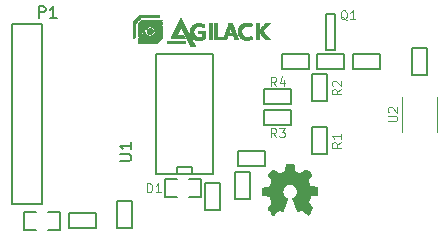
<source format=gbr>
%TF.GenerationSoftware,KiCad,Pcbnew,6.0.0*%
%TF.CreationDate,2022-08-14T07:42:52+02:00*%
%TF.ProjectId,pmod-trh,706d6f64-2d74-4726-982e-6b696361645f,2*%
%TF.SameCoordinates,Original*%
%TF.FileFunction,Legend,Top*%
%TF.FilePolarity,Positive*%
%FSLAX46Y46*%
G04 Gerber Fmt 4.6, Leading zero omitted, Abs format (unit mm)*
G04 Created by KiCad (PCBNEW 6.0.0) date 2022-08-14 07:42:52*
%MOMM*%
%LPD*%
G01*
G04 APERTURE LIST*
%ADD10C,0.101600*%
%ADD11C,0.150000*%
%ADD12C,0.127000*%
%ADD13C,0.027940*%
%ADD14C,0.100000*%
G04 APERTURE END LIST*
D10*
%TO.C,R1*%
X157344714Y-107377000D02*
X156981857Y-107631000D01*
X157344714Y-107812428D02*
X156582714Y-107812428D01*
X156582714Y-107522142D01*
X156619000Y-107449571D01*
X156655285Y-107413285D01*
X156727857Y-107377000D01*
X156836714Y-107377000D01*
X156909285Y-107413285D01*
X156945571Y-107449571D01*
X156981857Y-107522142D01*
X156981857Y-107812428D01*
X157344714Y-106651285D02*
X157344714Y-107086714D01*
X157344714Y-106869000D02*
X156582714Y-106869000D01*
X156691571Y-106941571D01*
X156764142Y-107014142D01*
X156800428Y-107086714D01*
%TO.C,D1*%
X140937571Y-111594714D02*
X140937571Y-110832714D01*
X141119000Y-110832714D01*
X141227857Y-110869000D01*
X141300428Y-110941571D01*
X141336714Y-111014142D01*
X141373000Y-111159285D01*
X141373000Y-111268142D01*
X141336714Y-111413285D01*
X141300428Y-111485857D01*
X141227857Y-111558428D01*
X141119000Y-111594714D01*
X140937571Y-111594714D01*
X142098714Y-111594714D02*
X141663285Y-111594714D01*
X141881000Y-111594714D02*
X141881000Y-110832714D01*
X141808428Y-110941571D01*
X141735857Y-111014142D01*
X141663285Y-111050428D01*
D11*
%TO.C,U1*%
X138612380Y-108951904D02*
X139421904Y-108951904D01*
X139517142Y-108904285D01*
X139564761Y-108856666D01*
X139612380Y-108761428D01*
X139612380Y-108570952D01*
X139564761Y-108475714D01*
X139517142Y-108428095D01*
X139421904Y-108380476D01*
X138612380Y-108380476D01*
X139612380Y-107380476D02*
X139612380Y-107951904D01*
X139612380Y-107666190D02*
X138612380Y-107666190D01*
X138755238Y-107761428D01*
X138850476Y-107856666D01*
X138898095Y-107951904D01*
%TO.C,P1*%
X131761904Y-96852380D02*
X131761904Y-95852380D01*
X132142857Y-95852380D01*
X132238095Y-95900000D01*
X132285714Y-95947619D01*
X132333333Y-96042857D01*
X132333333Y-96185714D01*
X132285714Y-96280952D01*
X132238095Y-96328571D01*
X132142857Y-96376190D01*
X131761904Y-96376190D01*
X133285714Y-96852380D02*
X132714285Y-96852380D01*
X133000000Y-96852380D02*
X133000000Y-95852380D01*
X132904761Y-95995238D01*
X132809523Y-96090476D01*
X132714285Y-96138095D01*
D10*
%TO.C,R4*%
X151873000Y-102594714D02*
X151619000Y-102231857D01*
X151437571Y-102594714D02*
X151437571Y-101832714D01*
X151727857Y-101832714D01*
X151800428Y-101869000D01*
X151836714Y-101905285D01*
X151873000Y-101977857D01*
X151873000Y-102086714D01*
X151836714Y-102159285D01*
X151800428Y-102195571D01*
X151727857Y-102231857D01*
X151437571Y-102231857D01*
X152526142Y-102086714D02*
X152526142Y-102594714D01*
X152344714Y-101796428D02*
X152163285Y-102340714D01*
X152635000Y-102340714D01*
%TO.C,U2*%
X161332714Y-105580571D02*
X161949571Y-105580571D01*
X162022142Y-105544285D01*
X162058428Y-105508000D01*
X162094714Y-105435428D01*
X162094714Y-105290285D01*
X162058428Y-105217714D01*
X162022142Y-105181428D01*
X161949571Y-105145142D01*
X161332714Y-105145142D01*
X161405285Y-104818571D02*
X161369000Y-104782285D01*
X161332714Y-104709714D01*
X161332714Y-104528285D01*
X161369000Y-104455714D01*
X161405285Y-104419428D01*
X161477857Y-104383142D01*
X161550428Y-104383142D01*
X161659285Y-104419428D01*
X162094714Y-104854857D01*
X162094714Y-104383142D01*
%TO.C,R2*%
X157344714Y-102877000D02*
X156981857Y-103131000D01*
X157344714Y-103312428D02*
X156582714Y-103312428D01*
X156582714Y-103022142D01*
X156619000Y-102949571D01*
X156655285Y-102913285D01*
X156727857Y-102877000D01*
X156836714Y-102877000D01*
X156909285Y-102913285D01*
X156945571Y-102949571D01*
X156981857Y-103022142D01*
X156981857Y-103312428D01*
X156655285Y-102586714D02*
X156619000Y-102550428D01*
X156582714Y-102477857D01*
X156582714Y-102296428D01*
X156619000Y-102223857D01*
X156655285Y-102187571D01*
X156727857Y-102151285D01*
X156800428Y-102151285D01*
X156909285Y-102187571D01*
X157344714Y-102623000D01*
X157344714Y-102151285D01*
%TO.C,R3*%
X151873000Y-106944714D02*
X151619000Y-106581857D01*
X151437571Y-106944714D02*
X151437571Y-106182714D01*
X151727857Y-106182714D01*
X151800428Y-106219000D01*
X151836714Y-106255285D01*
X151873000Y-106327857D01*
X151873000Y-106436714D01*
X151836714Y-106509285D01*
X151800428Y-106545571D01*
X151727857Y-106581857D01*
X151437571Y-106581857D01*
X152127000Y-106182714D02*
X152598714Y-106182714D01*
X152344714Y-106473000D01*
X152453571Y-106473000D01*
X152526142Y-106509285D01*
X152562428Y-106545571D01*
X152598714Y-106618142D01*
X152598714Y-106799571D01*
X152562428Y-106872142D01*
X152526142Y-106908428D01*
X152453571Y-106944714D01*
X152235857Y-106944714D01*
X152163285Y-106908428D01*
X152127000Y-106872142D01*
%TO.C,Q1*%
X157877428Y-97027285D02*
X157804857Y-96991000D01*
X157732285Y-96918428D01*
X157623428Y-96809571D01*
X157550857Y-96773285D01*
X157478285Y-96773285D01*
X157514571Y-96954714D02*
X157442000Y-96918428D01*
X157369428Y-96845857D01*
X157333142Y-96700714D01*
X157333142Y-96446714D01*
X157369428Y-96301571D01*
X157442000Y-96229000D01*
X157514571Y-96192714D01*
X157659714Y-96192714D01*
X157732285Y-96229000D01*
X157804857Y-96301571D01*
X157841142Y-96446714D01*
X157841142Y-96700714D01*
X157804857Y-96845857D01*
X157732285Y-96918428D01*
X157659714Y-96954714D01*
X157514571Y-96954714D01*
X158566857Y-96954714D02*
X158131428Y-96954714D01*
X158349142Y-96954714D02*
X158349142Y-96192714D01*
X158276571Y-96301571D01*
X158204000Y-96374142D01*
X158131428Y-96410428D01*
D12*
%TO.C,R1*%
X156135000Y-108393000D02*
X154865000Y-108393000D01*
X154865000Y-106107000D02*
X156135000Y-106107000D01*
X156135000Y-106107000D02*
X156135000Y-108393000D01*
X154865000Y-108393000D02*
X154865000Y-106107000D01*
%TO.C,R6*%
X157643000Y-99865000D02*
X157643000Y-101135000D01*
X155357000Y-101135000D02*
X155357000Y-99865000D01*
X157643000Y-101135000D02*
X155357000Y-101135000D01*
X155357000Y-99865000D02*
X157643000Y-99865000D01*
D13*
%TO.C,agilack-11.5*%
X143729240Y-96902720D02*
X143805440Y-96902720D01*
X144567440Y-98045720D02*
X144846840Y-98045720D01*
X139761000Y-97252600D02*
X139952560Y-97252600D01*
X150917440Y-97309120D02*
X151273040Y-97309120D01*
X146142240Y-97893320D02*
X146396240Y-97893320D01*
X146574040Y-97588520D02*
X146828040Y-97588520D01*
X148631440Y-98121920D02*
X148936240Y-98121920D01*
X148631440Y-97893320D02*
X148910840Y-97893320D01*
X141925840Y-97715520D02*
X142179840Y-97715520D01*
X146142240Y-97359920D02*
X146396240Y-97359920D01*
X141240040Y-97588520D02*
X141570240Y-97588520D01*
X140249440Y-98807720D02*
X141925840Y-98807720D01*
X140122440Y-98909320D02*
X141824240Y-98909320D01*
X150434840Y-97867920D02*
X150739640Y-97867920D01*
X145558040Y-98401320D02*
X145837440Y-98401320D01*
X139862600Y-97024000D02*
X140167400Y-97024000D01*
X143119640Y-98147320D02*
X143500640Y-98147320D01*
X146574040Y-97334520D02*
X146828040Y-97334520D01*
X144516640Y-99036320D02*
X144897640Y-99036320D01*
X140122440Y-98198120D02*
X140351040Y-98198120D01*
X146142240Y-98579120D02*
X146396240Y-98579120D01*
X144567440Y-98147320D02*
X144872240Y-98147320D01*
X146142240Y-97994920D02*
X146396240Y-97994920D01*
X140122440Y-98604520D02*
X140300240Y-98604520D01*
X145583440Y-98299720D02*
X145837440Y-98299720D01*
X150714240Y-98375920D02*
X151069840Y-98375920D01*
X146574040Y-97461520D02*
X146828040Y-97461520D01*
X146574040Y-97690120D02*
X146828040Y-97690120D01*
X139761000Y-97735200D02*
X139938800Y-97735200D01*
X141697240Y-97944120D02*
X142179840Y-97944120D01*
X148631440Y-98147320D02*
X148936240Y-98147320D01*
X150638040Y-98274320D02*
X150993640Y-98274320D01*
X141621040Y-97690120D02*
X141824240Y-97690120D01*
X144237240Y-98502920D02*
X144618240Y-98502920D01*
X150612640Y-97639320D02*
X150968240Y-97639320D01*
X139761000Y-98319400D02*
X139938800Y-98319400D01*
X143373640Y-97613920D02*
X143729240Y-97613920D01*
X140224040Y-97258320D02*
X141900440Y-97258320D01*
X143602240Y-97182120D02*
X143932440Y-97182120D01*
X146574040Y-98401320D02*
X146828040Y-98401320D01*
X146574040Y-98375920D02*
X146828040Y-98375920D01*
X146142240Y-97639320D02*
X146396240Y-97639320D01*
X141494040Y-98147320D02*
X142179840Y-98147320D01*
X140122440Y-97359920D02*
X141798840Y-97359920D01*
X140249440Y-98477520D02*
X140427240Y-98477520D01*
X139761000Y-97455800D02*
X139938800Y-97455800D01*
X144059440Y-98121920D02*
X144415040Y-98121920D01*
X148910840Y-98579120D02*
X149825240Y-98579120D01*
X139837200Y-97049400D02*
X140142000Y-97049400D01*
X140579640Y-98147320D02*
X140757440Y-98147320D01*
X147513840Y-98147320D02*
X148428240Y-98147320D01*
X150866640Y-98553720D02*
X151222240Y-98553720D01*
X146574040Y-97969520D02*
X146828040Y-97969520D01*
X144161040Y-98325120D02*
X144516640Y-98325120D01*
X149139440Y-97283720D02*
X149596640Y-97283720D01*
X150155440Y-97334520D02*
X150409440Y-97334520D01*
X144288040Y-98579120D02*
X144643640Y-98579120D01*
X143094240Y-98172720D02*
X143475240Y-98172720D01*
X141544840Y-97918720D02*
X141570240Y-97918720D01*
X148631440Y-97867920D02*
X148910840Y-97867920D01*
X139761000Y-97887600D02*
X139938800Y-97887600D01*
X147412240Y-98426720D02*
X147691640Y-98426720D01*
X144364240Y-98756920D02*
X144745240Y-98756920D01*
X143932440Y-97867920D02*
X144288040Y-97867920D01*
X146574040Y-98477520D02*
X147666240Y-98477520D01*
X150155440Y-98452120D02*
X150409440Y-98452120D01*
X145202440Y-98045720D02*
X145837440Y-98045720D01*
X150561840Y-97715520D02*
X150892040Y-97715520D01*
X146142240Y-98299720D02*
X146396240Y-98299720D01*
X140554240Y-98172720D02*
X140732040Y-98172720D01*
X141722640Y-97918720D02*
X142179840Y-97918720D01*
X144796040Y-97436120D02*
X145786640Y-97436120D01*
X147666240Y-97766320D02*
X147920240Y-97766320D01*
X144592840Y-98248920D02*
X144923040Y-98248920D01*
X143576840Y-97232920D02*
X143957840Y-97232920D01*
X139761000Y-98065400D02*
X139938800Y-98065400D01*
X139761000Y-98294000D02*
X139938800Y-98294000D01*
X141036840Y-98198120D02*
X141265440Y-98198120D01*
X144618240Y-98299720D02*
X144948440Y-98299720D01*
X143830840Y-97690120D02*
X144186440Y-97690120D01*
X142967240Y-98426720D02*
X144059440Y-98426720D01*
X146142240Y-97410720D02*
X146396240Y-97410720D01*
X148809240Y-97461520D02*
X149774440Y-97461520D01*
X144211840Y-98452120D02*
X144592840Y-98452120D01*
X142637040Y-98756920D02*
X144110240Y-98756920D01*
X141849640Y-97461520D02*
X142052840Y-97461520D01*
X148631440Y-98096520D02*
X148910840Y-98096520D01*
X140274840Y-98452120D02*
X140452640Y-98452120D01*
X148021840Y-97766320D02*
X148301240Y-97766320D01*
X140122440Y-97436120D02*
X141722640Y-97436120D01*
X148275840Y-98477520D02*
X148555240Y-98477520D01*
X148733040Y-98375920D02*
X149114040Y-98375920D01*
X147590040Y-97994920D02*
X147844040Y-97994920D01*
X148885440Y-97410720D02*
X149799840Y-97410720D01*
X148656840Y-98198120D02*
X148961640Y-98198120D01*
X144440440Y-98909320D02*
X144821440Y-98909320D01*
X148783840Y-97512320D02*
X149749040Y-97512320D01*
X150688840Y-97563120D02*
X151019040Y-97563120D01*
X140681240Y-98375920D02*
X142179840Y-98375920D01*
X146574040Y-98350520D02*
X146828040Y-98350520D01*
X148834640Y-97436120D02*
X149774440Y-97436120D01*
X150155440Y-97664720D02*
X150409440Y-97664720D01*
X150155440Y-98020320D02*
X150765040Y-98020320D01*
X139761000Y-97506600D02*
X139938800Y-97506600D01*
X141570240Y-98071120D02*
X142179840Y-98071120D01*
X150612640Y-97664720D02*
X150942840Y-97664720D01*
X148098040Y-97944120D02*
X148377440Y-97944120D01*
X140630440Y-98096520D02*
X140757440Y-98096520D01*
X143703840Y-96953520D02*
X143830840Y-96953520D01*
X148682240Y-98299720D02*
X149037840Y-98299720D01*
X139989600Y-96897000D02*
X140294400Y-96897000D01*
X148275840Y-98502920D02*
X148580640Y-98502920D01*
X145075440Y-97309120D02*
X145507240Y-97309120D01*
X140351040Y-97131320D02*
X142027440Y-97131320D01*
X144567440Y-99137920D02*
X144948440Y-99137920D01*
X148961640Y-98604520D02*
X149825240Y-98604520D01*
X140757440Y-98299720D02*
X140935240Y-98299720D01*
X139761000Y-97760600D02*
X139938800Y-97760600D01*
X146142240Y-97334520D02*
X146396240Y-97334520D01*
X147513840Y-98172720D02*
X148453640Y-98172720D01*
X140935240Y-97817120D02*
X141367040Y-97817120D01*
X140015000Y-96871600D02*
X140319800Y-96871600D01*
X140935240Y-97842520D02*
X141367040Y-97842520D01*
X140091200Y-96795400D02*
X140396000Y-96795400D01*
X150155440Y-98325120D02*
X150409440Y-98325120D01*
X146574040Y-98528320D02*
X147666240Y-98528320D01*
X140040400Y-96846200D02*
X140345200Y-96846200D01*
X139761000Y-98040000D02*
X139938800Y-98040000D01*
X146142240Y-97715520D02*
X146396240Y-97715520D01*
X143653040Y-97055120D02*
X143881640Y-97055120D01*
X139761000Y-98522600D02*
X139837200Y-98522600D01*
X143399040Y-97588520D02*
X143754640Y-97588520D01*
X144542040Y-99112520D02*
X144923040Y-99112520D01*
X139761000Y-97582800D02*
X139938800Y-97582800D01*
X149139440Y-98680720D02*
X149571240Y-98680720D01*
X144465840Y-98934720D02*
X144846840Y-98934720D01*
X146142240Y-98325120D02*
X146396240Y-98325120D01*
X144973840Y-97334520D02*
X145583440Y-97334520D01*
X143627640Y-97131320D02*
X143907040Y-97131320D01*
X143576840Y-97207520D02*
X143957840Y-97207520D01*
X148047240Y-97817120D02*
X148326640Y-97817120D01*
X139761000Y-97608200D02*
X139938800Y-97608200D01*
X146574040Y-98172720D02*
X146828040Y-98172720D01*
X139964200Y-96922400D02*
X140269000Y-96922400D01*
X141773440Y-97537720D02*
X141976640Y-97537720D01*
X144084840Y-98198120D02*
X144465840Y-98198120D01*
X141468640Y-98172720D02*
X142179840Y-98172720D01*
X141392440Y-97664720D02*
X141494040Y-97664720D01*
X142052840Y-97258320D02*
X142179840Y-97258320D01*
X140986040Y-98172720D02*
X141290840Y-98172720D01*
X144567440Y-97893320D02*
X144846840Y-97893320D01*
X146574040Y-97715520D02*
X146828040Y-97715520D01*
X146574040Y-98147320D02*
X146828040Y-98147320D01*
X140122440Y-97842520D02*
X140706640Y-97842520D01*
X147437640Y-98350520D02*
X147717040Y-98350520D01*
X140249440Y-97232920D02*
X141925840Y-97232920D01*
X147539240Y-98096520D02*
X148428240Y-98096520D01*
X148656840Y-97766320D02*
X148961640Y-97766320D01*
X148834640Y-98528320D02*
X149799840Y-98528320D01*
X150155440Y-97791720D02*
X150409440Y-97791720D01*
X143246640Y-97867920D02*
X143627640Y-97867920D01*
X142027440Y-97613920D02*
X142179840Y-97613920D01*
X148072640Y-97893320D02*
X148352040Y-97893320D01*
X141544840Y-98096520D02*
X142179840Y-98096520D01*
X143830840Y-97664720D02*
X144186440Y-97664720D01*
X143068840Y-98223520D02*
X143449840Y-98223520D01*
X146574040Y-98452120D02*
X147691640Y-98452120D01*
X147666240Y-97740920D02*
X147920240Y-97740920D01*
X139761000Y-98014600D02*
X139938800Y-98014600D01*
X150155440Y-97359920D02*
X150409440Y-97359920D01*
X146574040Y-97766320D02*
X146828040Y-97766320D01*
X145075440Y-98706120D02*
X145507240Y-98706120D01*
X140909840Y-97994920D02*
X141392440Y-97994920D01*
X148783840Y-98477520D02*
X149774440Y-98477520D01*
X140122440Y-98706120D02*
X140198640Y-98706120D01*
X150587240Y-98223520D02*
X150942840Y-98223520D01*
X143703840Y-96978920D02*
X143830840Y-96978920D01*
X149063240Y-97309120D02*
X149698240Y-97309120D01*
X143500640Y-97385320D02*
X144034040Y-97385320D01*
X142027440Y-97283720D02*
X142179840Y-97283720D01*
X147691640Y-97715520D02*
X147945640Y-97715520D01*
X141316240Y-97613920D02*
X141544840Y-97613920D01*
X148250440Y-98426720D02*
X148555240Y-98426720D01*
X150460240Y-98071120D02*
X150790440Y-98071120D01*
X144542040Y-99087120D02*
X144923040Y-99087120D01*
X144592840Y-97740920D02*
X144897640Y-97740920D01*
X146574040Y-98553720D02*
X147640840Y-98553720D01*
X143754640Y-96877320D02*
X143780040Y-96877320D01*
X148631440Y-97817120D02*
X148936240Y-97817120D01*
X144262640Y-98528320D02*
X144618240Y-98528320D01*
X140401840Y-97080520D02*
X142078240Y-97080520D01*
X146142240Y-97283720D02*
X146396240Y-97283720D01*
X143780040Y-97563120D02*
X144135640Y-97563120D01*
X150155440Y-97461520D02*
X150409440Y-97461520D01*
X140122440Y-97664720D02*
X140884440Y-97664720D01*
X140706640Y-98020320D02*
X140757440Y-98020320D01*
X145202440Y-98121920D02*
X145837440Y-98121920D01*
X140122440Y-98223520D02*
X140351040Y-98223520D01*
X149647440Y-97563120D02*
X149723640Y-97563120D01*
X139761000Y-98141600D02*
X139938800Y-98141600D01*
X139761000Y-98471800D02*
X139888000Y-98471800D01*
X144643640Y-97639320D02*
X144999240Y-97639320D01*
X146142240Y-98147320D02*
X146396240Y-98147320D01*
X146142240Y-97944120D02*
X146396240Y-97944120D01*
X146142240Y-98172720D02*
X146396240Y-98172720D01*
X142916440Y-98528320D02*
X144110240Y-98528320D01*
X148047240Y-97842520D02*
X148326640Y-97842520D01*
X146142240Y-98223520D02*
X146396240Y-98223520D01*
X144694440Y-97537720D02*
X145735840Y-97537720D01*
X146142240Y-98426720D02*
X146396240Y-98426720D01*
X142637040Y-98883920D02*
X144110240Y-98883920D01*
X141748040Y-97563120D02*
X141951240Y-97563120D01*
X148301240Y-98553720D02*
X148580640Y-98553720D01*
X141976640Y-97334520D02*
X142179840Y-97334520D01*
X142002040Y-97639320D02*
X142179840Y-97639320D01*
X139761000Y-97354200D02*
X139938800Y-97354200D01*
X145583440Y-98223520D02*
X145837440Y-98223520D01*
X141798840Y-97842520D02*
X142179840Y-97842520D01*
X146142240Y-97918720D02*
X146396240Y-97918720D01*
X144567440Y-97817120D02*
X144872240Y-97817120D01*
X148047240Y-97791720D02*
X148301240Y-97791720D01*
X140122440Y-98071120D02*
X140478040Y-98071120D01*
X140122440Y-98655320D02*
X140249440Y-98655320D01*
X140655840Y-98071120D02*
X140757440Y-98071120D01*
X150688840Y-98350520D02*
X151044440Y-98350520D01*
X139761000Y-97303400D02*
X139938800Y-97303400D01*
X141671840Y-97969520D02*
X142179840Y-97969520D01*
X141544840Y-97817120D02*
X141697240Y-97817120D01*
X145558040Y-97588520D02*
X145710440Y-97588520D01*
X150155440Y-98375920D02*
X150409440Y-98375920D01*
X144491240Y-99010920D02*
X144872240Y-99010920D01*
X144262640Y-98553720D02*
X144643640Y-98553720D01*
X146142240Y-98121920D02*
X146396240Y-98121920D01*
X150155440Y-97690120D02*
X150409440Y-97690120D01*
X148631440Y-97918720D02*
X148910840Y-97918720D01*
X147717040Y-97613920D02*
X148250440Y-97613920D01*
X150485640Y-98096520D02*
X150815840Y-98096520D01*
X139761000Y-97659000D02*
X139938800Y-97659000D01*
X141062240Y-97715520D02*
X141240040Y-97715520D01*
X139761000Y-98421000D02*
X139938800Y-98421000D01*
X144338840Y-98706120D02*
X144719840Y-98706120D01*
X143170440Y-98045720D02*
X143551440Y-98045720D01*
X146142240Y-98604520D02*
X146396240Y-98604520D01*
X144415040Y-98833120D02*
X144770640Y-98833120D01*
X142637040Y-98934720D02*
X144110240Y-98934720D01*
X140122440Y-97791720D02*
X140757440Y-97791720D01*
X143322840Y-97740920D02*
X143678440Y-97740920D01*
X144592840Y-98274320D02*
X144923040Y-98274320D01*
X146142240Y-98071120D02*
X146396240Y-98071120D01*
X146574040Y-98198120D02*
X146828040Y-98198120D01*
X143424440Y-97537720D02*
X144110240Y-97537720D01*
X144821440Y-98579120D02*
X145786640Y-98579120D01*
X150536440Y-97740920D02*
X150866640Y-97740920D01*
X148631440Y-97969520D02*
X148910840Y-97969520D01*
X141544840Y-97766320D02*
X141748040Y-97766320D01*
X144618240Y-98325120D02*
X144973840Y-98325120D01*
X140218200Y-96668400D02*
X141920000Y-96668400D01*
X140122440Y-98579120D02*
X140325640Y-98579120D01*
X150155440Y-98629920D02*
X150409440Y-98629920D01*
X143983240Y-97969520D02*
X144338840Y-97969520D01*
X148123440Y-98020320D02*
X148402840Y-98020320D01*
X144008640Y-98045720D02*
X144389640Y-98045720D01*
X143957840Y-97944120D02*
X144338840Y-97944120D01*
X141443240Y-98198120D02*
X142179840Y-98198120D01*
X144161040Y-98350520D02*
X144542040Y-98350520D01*
X144567440Y-97918720D02*
X144846840Y-97918720D01*
X139786400Y-97100200D02*
X140091200Y-97100200D01*
X144618240Y-97690120D02*
X144948440Y-97690120D01*
X143526040Y-97309120D02*
X144008640Y-97309120D01*
X139761000Y-97151000D02*
X140042560Y-97151000D01*
X146574040Y-97740920D02*
X146828040Y-97740920D01*
X146574040Y-97410720D02*
X146828040Y-97410720D01*
X146574040Y-97842520D02*
X146828040Y-97842520D01*
X140122440Y-97994920D02*
X140554240Y-97994920D01*
X140909840Y-97969520D02*
X141392440Y-97969520D01*
X141875040Y-97766320D02*
X142179840Y-97766320D01*
X143678440Y-97004320D02*
X143856240Y-97004320D01*
X144313440Y-98629920D02*
X144669040Y-98629920D01*
X145456440Y-98452120D02*
X145837440Y-98452120D01*
X144567440Y-98096520D02*
X144846840Y-98096520D01*
X150155440Y-98604520D02*
X150409440Y-98604520D01*
X146574040Y-97918720D02*
X146828040Y-97918720D01*
X144592840Y-99188720D02*
X144973840Y-99188720D01*
X150739640Y-97512320D02*
X151069840Y-97512320D01*
X139761000Y-97709800D02*
X139938800Y-97709800D01*
X150155440Y-98401320D02*
X150409440Y-98401320D01*
X143322840Y-97715520D02*
X143703840Y-97715520D01*
X145659640Y-97639320D02*
X145685040Y-97639320D01*
X150155440Y-97486920D02*
X150409440Y-97486920D01*
X139761000Y-97176400D02*
X140012560Y-97176400D01*
X146142240Y-97512320D02*
X146396240Y-97512320D01*
X144567440Y-97994920D02*
X144846840Y-97994920D01*
X146574040Y-97436120D02*
X146828040Y-97436120D01*
X141011440Y-97740920D02*
X141290840Y-97740920D01*
X143348240Y-97690120D02*
X143703840Y-97690120D01*
X149012440Y-97334520D02*
X149749040Y-97334520D01*
X147488440Y-98223520D02*
X148479040Y-98223520D01*
X142637040Y-98807720D02*
X144110240Y-98807720D01*
X150841240Y-98502920D02*
X151196840Y-98502920D01*
X140630440Y-98426720D02*
X142179840Y-98426720D01*
X147767840Y-97461520D02*
X148199640Y-97461520D01*
X146574040Y-98426720D02*
X146828040Y-98426720D01*
X146574040Y-98045720D02*
X146828040Y-98045720D01*
X150155440Y-97817120D02*
X150409440Y-97817120D01*
X143526040Y-97334520D02*
X144008640Y-97334520D01*
X150155440Y-98223520D02*
X150409440Y-98223520D01*
X147615440Y-97918720D02*
X147869440Y-97918720D01*
X142129040Y-97512320D02*
X142179840Y-97512320D01*
X146142240Y-97969520D02*
X146396240Y-97969520D01*
X143627640Y-97105920D02*
X143907040Y-97105920D01*
X141113040Y-98223520D02*
X141163840Y-98223520D01*
X144567440Y-99163320D02*
X144948440Y-99163320D01*
X147488440Y-98274320D02*
X148479040Y-98274320D01*
X144745240Y-97486920D02*
X145786640Y-97486920D01*
X139761000Y-97532000D02*
X139938800Y-97532000D01*
X148301240Y-98579120D02*
X148606040Y-98579120D01*
X140198640Y-97283720D02*
X141875040Y-97283720D01*
X140376440Y-98350520D02*
X140554240Y-98350520D01*
X144516640Y-99061720D02*
X144897640Y-99061720D01*
X144567440Y-98121920D02*
X144846840Y-98121920D01*
X142103640Y-97232920D02*
X142179840Y-97232920D01*
X146574040Y-97613920D02*
X146828040Y-97613920D01*
X140503440Y-98223520D02*
X140681240Y-98223520D01*
X148250440Y-98401320D02*
X148529840Y-98401320D01*
X140732040Y-98325120D02*
X141011440Y-98325120D01*
X142967240Y-98452120D02*
X144059440Y-98452120D01*
X148656840Y-97715520D02*
X148987040Y-97715520D01*
X139811800Y-97074800D02*
X140116600Y-97074800D01*
X150460240Y-97817120D02*
X150790440Y-97817120D01*
X139938800Y-96947800D02*
X140243600Y-96947800D01*
X140376440Y-98680720D02*
X142052840Y-98680720D01*
X140122440Y-98172720D02*
X140376440Y-98172720D01*
X139761000Y-97227200D02*
X139972560Y-97227200D01*
X150765040Y-98426720D02*
X151120640Y-98426720D01*
X143500640Y-97359920D02*
X144034040Y-97359920D01*
X144872240Y-98629920D02*
X145710440Y-98629920D01*
X140300240Y-98756920D02*
X141976640Y-98756920D01*
X141976640Y-97664720D02*
X142179840Y-97664720D01*
X143221240Y-97944120D02*
X143576840Y-97944120D01*
X144567440Y-97944120D02*
X144846840Y-97944120D01*
X143297440Y-97766320D02*
X143678440Y-97766320D01*
X150511040Y-97766320D02*
X150841240Y-97766320D01*
X139761000Y-97938400D02*
X139938800Y-97938400D01*
X146574040Y-97385320D02*
X146828040Y-97385320D01*
X150155440Y-97740920D02*
X150409440Y-97740920D01*
X142992640Y-98375920D02*
X144034040Y-98375920D01*
X148656840Y-98248920D02*
X148987040Y-98248920D01*
X144694440Y-98452120D02*
X145177040Y-98452120D01*
X150155440Y-97537720D02*
X150409440Y-97537720D01*
X140401840Y-98325120D02*
X140579640Y-98325120D01*
X140122440Y-98401320D02*
X140173240Y-98401320D01*
X146574040Y-98121920D02*
X146828040Y-98121920D01*
X146574040Y-98274320D02*
X146828040Y-98274320D01*
X148656840Y-97740920D02*
X148961640Y-97740920D01*
X144034040Y-98071120D02*
X144389640Y-98071120D01*
X150434840Y-97842520D02*
X150765040Y-97842520D01*
X144643640Y-98375920D02*
X145024640Y-98375920D01*
X139761000Y-97201800D02*
X139989600Y-97201800D01*
X142941840Y-98502920D02*
X144084840Y-98502920D01*
X140655840Y-98401320D02*
X142179840Y-98401320D01*
X140300240Y-98426720D02*
X140478040Y-98426720D01*
X140935240Y-98121920D02*
X141341640Y-98121920D01*
X144567440Y-98020320D02*
X144846840Y-98020320D01*
X144338840Y-98680720D02*
X144694440Y-98680720D01*
X148783840Y-98452120D02*
X149774440Y-98452120D01*
X141748040Y-97893320D02*
X142179840Y-97893320D01*
X146142240Y-98477520D02*
X146396240Y-98477520D01*
X140782840Y-98274320D02*
X140909840Y-98274320D01*
X140808240Y-98248920D02*
X140884440Y-98248920D01*
X139761000Y-97786000D02*
X139938800Y-97786000D01*
X143119640Y-98121920D02*
X143500640Y-98121920D01*
X143221240Y-97918720D02*
X143602240Y-97918720D01*
X150815840Y-97410720D02*
X151171440Y-97410720D01*
X148225040Y-98325120D02*
X148504440Y-98325120D01*
X143246640Y-97893320D02*
X143602240Y-97893320D01*
X150866640Y-97359920D02*
X151222240Y-97359920D01*
X150968240Y-98655320D02*
X151323840Y-98655320D01*
X141900440Y-97410720D02*
X142103640Y-97410720D01*
X142916440Y-98553720D02*
X144110240Y-98553720D01*
X150841240Y-97385320D02*
X151196840Y-97385320D01*
X150942840Y-97283720D02*
X151298440Y-97283720D01*
X140122440Y-98325120D02*
X140249440Y-98325120D01*
X141849640Y-97791720D02*
X142179840Y-97791720D01*
X146574040Y-98629920D02*
X147615440Y-98629920D01*
X150790440Y-97436120D02*
X151146040Y-97436120D01*
X140427240Y-97055120D02*
X142103640Y-97055120D01*
X150155440Y-97842520D02*
X150409440Y-97842520D01*
X144846840Y-97410720D02*
X145761240Y-97410720D01*
X139761000Y-97379600D02*
X139938800Y-97379600D01*
X139761000Y-97125600D02*
X140065800Y-97125600D01*
X148631440Y-98045720D02*
X148910840Y-98045720D01*
X140122440Y-97639320D02*
X140935240Y-97639320D01*
X148682240Y-98325120D02*
X149063240Y-98325120D01*
X139761000Y-97633600D02*
X139938800Y-97633600D01*
X150155440Y-98553720D02*
X150409440Y-98553720D01*
X145202440Y-98096520D02*
X145837440Y-98096520D01*
X140122440Y-97817120D02*
X140732040Y-97817120D01*
X142637040Y-98782320D02*
X144110240Y-98782320D01*
X145532640Y-98426720D02*
X145837440Y-98426720D01*
X146574040Y-98223520D02*
X146828040Y-98223520D01*
X150790440Y-97461520D02*
X151120640Y-97461520D01*
X140554240Y-98502920D02*
X142179840Y-98502920D01*
X149571240Y-98426720D02*
X149749040Y-98426720D01*
X143272040Y-97817120D02*
X143653040Y-97817120D01*
X146142240Y-97740920D02*
X146396240Y-97740920D01*
X147793240Y-97385320D02*
X148148840Y-97385320D01*
X148123440Y-98045720D02*
X148402840Y-98045720D01*
X148707640Y-97613920D02*
X149063240Y-97613920D01*
X150485640Y-97791720D02*
X150815840Y-97791720D01*
X146142240Y-98375920D02*
X146396240Y-98375920D01*
X140122440Y-98731520D02*
X140173240Y-98731520D01*
X144719840Y-97512320D02*
X145761240Y-97512320D01*
X140325640Y-97156720D02*
X142002040Y-97156720D01*
X140909840Y-98071120D02*
X141367040Y-98071120D01*
X147818640Y-97309120D02*
X148123440Y-97309120D01*
X150790440Y-98452120D02*
X151146040Y-98452120D01*
X144745240Y-98502920D02*
X145837440Y-98502920D01*
X148225040Y-98375920D02*
X148529840Y-98375920D01*
X150155440Y-98579120D02*
X150409440Y-98579120D01*
X144669040Y-98401320D02*
X145050040Y-98401320D01*
X140122440Y-97740920D02*
X140808240Y-97740920D01*
X143653040Y-97080520D02*
X143881640Y-97080520D01*
X150155440Y-98502920D02*
X150409440Y-98502920D01*
X150155440Y-98274320D02*
X150409440Y-98274320D01*
X140065800Y-96820800D02*
X140370600Y-96820800D01*
X150561840Y-98198120D02*
X150917440Y-98198120D01*
X146574040Y-97537720D02*
X146828040Y-97537720D01*
X148225040Y-98350520D02*
X148504440Y-98350520D01*
X140909840Y-98020320D02*
X141392440Y-98020320D01*
X147793240Y-97436120D02*
X148174240Y-97436120D01*
X143678440Y-97029720D02*
X143856240Y-97029720D01*
X140122440Y-97918720D02*
X140630440Y-97918720D01*
X150155440Y-97639320D02*
X150409440Y-97639320D01*
X148072640Y-97918720D02*
X148352040Y-97918720D01*
X150739640Y-98401320D02*
X151095240Y-98401320D01*
X146574040Y-98248920D02*
X146828040Y-98248920D01*
X140503440Y-98553720D02*
X142179840Y-98553720D01*
X148656840Y-97690120D02*
X148987040Y-97690120D01*
X140269000Y-96617600D02*
X141920000Y-96617600D01*
X142078240Y-97563120D02*
X142179840Y-97563120D01*
X143957840Y-97918720D02*
X144313440Y-97918720D01*
X148631440Y-97994920D02*
X148910840Y-97994920D01*
X140478040Y-98248920D02*
X140655840Y-98248920D01*
X140122440Y-97690120D02*
X140859040Y-97690120D01*
X144669040Y-97588520D02*
X145075440Y-97588520D01*
X144592840Y-98198120D02*
X144872240Y-98198120D01*
X141519440Y-98121920D02*
X142179840Y-98121920D01*
X142637040Y-98858520D02*
X144110240Y-98858520D01*
X150536440Y-98172720D02*
X150892040Y-98172720D01*
X140376440Y-97105920D02*
X142052840Y-97105920D01*
X147539240Y-98071120D02*
X147818640Y-98071120D01*
X148910840Y-97385320D02*
X149799840Y-97385320D01*
X146142240Y-98020320D02*
X146396240Y-98020320D01*
X139761000Y-97328800D02*
X139938800Y-97328800D01*
X146142240Y-97537720D02*
X146396240Y-97537720D01*
X146142240Y-97563120D02*
X146396240Y-97563120D01*
X150155440Y-97283720D02*
X150409440Y-97283720D01*
X148631440Y-98020320D02*
X148910840Y-98020320D01*
X146574040Y-97664720D02*
X146828040Y-97664720D01*
X146142240Y-97690120D02*
X146396240Y-97690120D01*
X141595640Y-97715520D02*
X141798840Y-97715520D01*
X146142240Y-97842520D02*
X146396240Y-97842520D01*
X143348240Y-97664720D02*
X143703840Y-97664720D01*
X143145040Y-98096520D02*
X143526040Y-98096520D01*
X143551440Y-97258320D02*
X143983240Y-97258320D01*
X139761000Y-97836800D02*
X139938800Y-97836800D01*
X144364240Y-98731520D02*
X144719840Y-98731520D01*
X140122440Y-97766320D02*
X140782840Y-97766320D01*
X150511040Y-98121920D02*
X150841240Y-98121920D01*
X140173240Y-98883920D02*
X141849640Y-98883920D01*
X150155440Y-98172720D02*
X150409440Y-98172720D01*
X146574040Y-98325120D02*
X146828040Y-98325120D01*
X146142240Y-97385320D02*
X146396240Y-97385320D01*
X144034040Y-98096520D02*
X144415040Y-98096520D01*
X140173240Y-98553720D02*
X140351040Y-98553720D01*
X139761000Y-97989200D02*
X139938800Y-97989200D01*
X140122440Y-97410720D02*
X141748040Y-97410720D01*
X144592840Y-97791720D02*
X144872240Y-97791720D01*
X141544840Y-97791720D02*
X141722640Y-97791720D01*
X150155440Y-97918720D02*
X150688840Y-97918720D01*
X141189240Y-98350520D02*
X142179840Y-98350520D01*
X142941840Y-98477520D02*
X144084840Y-98477520D01*
X143094240Y-98198120D02*
X143475240Y-98198120D01*
X149063240Y-98655320D02*
X149672840Y-98655320D01*
X140909840Y-97893320D02*
X141392440Y-97893320D01*
X148250440Y-98452120D02*
X148555240Y-98452120D01*
X144770640Y-98528320D02*
X145837440Y-98528320D01*
X150155440Y-97969520D02*
X150714240Y-97969520D01*
X149647440Y-98401320D02*
X149749040Y-98401320D01*
X140173240Y-97309120D02*
X141849640Y-97309120D01*
X144110240Y-98223520D02*
X144465840Y-98223520D01*
X143983240Y-97994920D02*
X144364240Y-97994920D01*
X140452640Y-98274320D02*
X140630440Y-98274320D01*
X147767840Y-97512320D02*
X148199640Y-97512320D01*
X139761000Y-98243200D02*
X139938800Y-98243200D01*
X139913400Y-96973200D02*
X140218200Y-96973200D01*
X140122440Y-98375920D02*
X140198640Y-98375920D01*
X140142000Y-96744600D02*
X141920000Y-96744600D01*
X144389640Y-98807720D02*
X144770640Y-98807720D01*
X150155440Y-97994920D02*
X150739640Y-97994920D01*
X141417840Y-97690120D02*
X141468640Y-97690120D01*
X150155440Y-98045720D02*
X150409440Y-98045720D01*
X140122440Y-97512320D02*
X141646440Y-97512320D01*
X145202440Y-97969520D02*
X145837440Y-97969520D01*
X148682240Y-97664720D02*
X149012440Y-97664720D01*
X141621040Y-98020320D02*
X142179840Y-98020320D01*
X141722640Y-97588520D02*
X141925840Y-97588520D01*
X145583440Y-98274320D02*
X145837440Y-98274320D01*
X141824240Y-97486920D02*
X142027440Y-97486920D01*
X144389640Y-98782320D02*
X144745240Y-98782320D01*
X150638040Y-97613920D02*
X150993640Y-97613920D01*
X141875040Y-97436120D02*
X142078240Y-97436120D01*
X143729240Y-96928120D02*
X143805440Y-96928120D01*
X143881640Y-97766320D02*
X144237240Y-97766320D01*
X146574040Y-97486920D02*
X146828040Y-97486920D01*
X143195840Y-97969520D02*
X143576840Y-97969520D01*
X147818640Y-97334520D02*
X148148840Y-97334520D01*
X141773440Y-97867920D02*
X142179840Y-97867920D01*
X146142240Y-98096520D02*
X146396240Y-98096520D01*
X139761000Y-98268600D02*
X139938800Y-98268600D01*
X146142240Y-97309120D02*
X146396240Y-97309120D01*
X150155440Y-97944120D02*
X150688840Y-97944120D01*
X148707640Y-97588520D02*
X149114040Y-97588520D01*
X147996440Y-97690120D02*
X148275840Y-97690120D01*
X147615440Y-97893320D02*
X147869440Y-97893320D01*
X140579640Y-98477520D02*
X142179840Y-98477520D01*
X140452640Y-97029720D02*
X142129040Y-97029720D01*
X150155440Y-97436120D02*
X150409440Y-97436120D01*
X147793240Y-97410720D02*
X148174240Y-97410720D01*
X143932440Y-97893320D02*
X144313440Y-97893320D01*
X143373640Y-97639320D02*
X143729240Y-97639320D01*
X148733040Y-98401320D02*
X149164840Y-98401320D01*
X144135640Y-98299720D02*
X144516640Y-98299720D01*
X148326640Y-98629920D02*
X148606040Y-98629920D01*
X144694440Y-97563120D02*
X145151640Y-97563120D01*
X143856240Y-97715520D02*
X144211840Y-97715520D01*
X140224040Y-98502920D02*
X140401840Y-98502920D01*
X146574040Y-97944120D02*
X146828040Y-97944120D01*
X139761000Y-97481200D02*
X139938800Y-97481200D01*
X150155440Y-98198120D02*
X150409440Y-98198120D01*
X146574040Y-98071120D02*
X146828040Y-98071120D01*
X146142240Y-98045720D02*
X146396240Y-98045720D01*
X146142240Y-97766320D02*
X146396240Y-97766320D01*
X139888000Y-96998600D02*
X140192800Y-96998600D01*
X150511040Y-98147320D02*
X150866640Y-98147320D01*
X150155440Y-97613920D02*
X150409440Y-97613920D01*
X150155440Y-97588520D02*
X150409440Y-97588520D01*
X148072640Y-97867920D02*
X148326640Y-97867920D01*
X144770640Y-97461520D02*
X145786640Y-97461520D01*
X150155440Y-97512320D02*
X150409440Y-97512320D01*
X144059440Y-98147320D02*
X144440440Y-98147320D01*
X144999240Y-98680720D02*
X145583440Y-98680720D01*
X140122440Y-98121920D02*
X140427240Y-98121920D01*
X146574040Y-98655320D02*
X147615440Y-98655320D01*
X140325640Y-98401320D02*
X140503440Y-98401320D01*
X145583440Y-98375920D02*
X145837440Y-98375920D01*
X144719840Y-98477520D02*
X145837440Y-98477520D01*
X144567440Y-98071120D02*
X144846840Y-98071120D01*
X140401840Y-98655320D02*
X142078240Y-98655320D01*
X140122440Y-97385320D02*
X141773440Y-97385320D01*
X144135640Y-98274320D02*
X144491240Y-98274320D01*
X141367040Y-97639320D02*
X141519440Y-97639320D01*
X148682240Y-97639320D02*
X149037840Y-97639320D01*
X146142240Y-98655320D02*
X146396240Y-98655320D01*
X140122440Y-97537720D02*
X141621040Y-97537720D01*
X140122440Y-97563120D02*
X141595640Y-97563120D01*
X144923040Y-97359920D02*
X145659640Y-97359920D01*
X140122440Y-97715520D02*
X140833640Y-97715520D01*
X150892040Y-98579120D02*
X151247640Y-98579120D01*
X140427240Y-98629920D02*
X142103640Y-98629920D01*
X143551440Y-97283720D02*
X143983240Y-97283720D01*
X146574040Y-97994920D02*
X146828040Y-97994920D01*
X150892040Y-97334520D02*
X151247640Y-97334520D01*
X144491240Y-98985520D02*
X144872240Y-98985520D01*
X140909840Y-98045720D02*
X141392440Y-98045720D01*
X143907040Y-97817120D02*
X144262640Y-97817120D01*
X144643640Y-97613920D02*
X145050040Y-97613920D01*
X150765040Y-97486920D02*
X151095240Y-97486920D01*
X150155440Y-98528320D02*
X150409440Y-98528320D01*
X147767840Y-97486920D02*
X148199640Y-97486920D01*
X142992640Y-98401320D02*
X144034040Y-98401320D01*
X143068840Y-98248920D02*
X143449840Y-98248920D01*
X143805440Y-97639320D02*
X144161040Y-97639320D01*
X141443240Y-98223520D02*
X142179840Y-98223520D01*
X148707640Y-98350520D02*
X149088640Y-98350520D01*
X141417840Y-98248920D02*
X142179840Y-98248920D01*
X146574040Y-98020320D02*
X146828040Y-98020320D01*
X141367040Y-98274320D02*
X142179840Y-98274320D01*
X142637040Y-98833120D02*
X144110240Y-98833120D01*
X142002040Y-97309120D02*
X142179840Y-97309120D01*
X146574040Y-97639320D02*
X146828040Y-97639320D01*
X150155440Y-97563120D02*
X150409440Y-97563120D01*
X140986040Y-97766320D02*
X141316240Y-97766320D01*
X150917440Y-98604520D02*
X151273040Y-98604520D01*
X148656840Y-98223520D02*
X148961640Y-98223520D01*
X139761000Y-98446400D02*
X139913400Y-98446400D01*
X141951240Y-97690120D02*
X142179840Y-97690120D01*
X146574040Y-98096520D02*
X146828040Y-98096520D01*
X140122440Y-97944120D02*
X140605040Y-97944120D01*
X139761000Y-97278000D02*
X139938800Y-97278000D01*
X150155440Y-97410720D02*
X150409440Y-97410720D01*
X148987040Y-98629920D02*
X149749040Y-98629920D01*
X139761000Y-97811400D02*
X139938800Y-97811400D01*
X146142240Y-97436120D02*
X146396240Y-97436120D01*
X139761000Y-97684400D02*
X139938800Y-97684400D01*
X144186440Y-98401320D02*
X144567440Y-98401320D01*
X143170440Y-98020320D02*
X143551440Y-98020320D01*
X140909840Y-97918720D02*
X141392440Y-97918720D01*
X146142240Y-98528320D02*
X146396240Y-98528320D01*
X146142240Y-98248920D02*
X146396240Y-98248920D01*
X140122440Y-98680720D02*
X140224040Y-98680720D01*
X140122440Y-97613920D02*
X140960640Y-97613920D01*
X140122440Y-98274320D02*
X140300240Y-98274320D01*
X143475240Y-97410720D02*
X144059440Y-97410720D01*
X147717040Y-97639320D02*
X147971040Y-97639320D01*
X144618240Y-97664720D02*
X144973840Y-97664720D01*
X143449840Y-97486920D02*
X144084840Y-97486920D01*
X146142240Y-97486920D02*
X146396240Y-97486920D01*
X150841240Y-98528320D02*
X151222240Y-98528320D01*
X147640840Y-97842520D02*
X147894840Y-97842520D01*
X150155440Y-97867920D02*
X150409440Y-97867920D01*
X140122440Y-98350520D02*
X140224040Y-98350520D01*
X148885440Y-98553720D02*
X149799840Y-98553720D01*
X147691640Y-97690120D02*
X147945640Y-97690120D01*
X150815840Y-98477520D02*
X151171440Y-98477520D01*
X139761000Y-97557400D02*
X139938800Y-97557400D01*
X147691640Y-97664720D02*
X147945640Y-97664720D01*
X150155440Y-98350520D02*
X150409440Y-98350520D01*
X140605040Y-98452120D02*
X142179840Y-98452120D01*
X140325640Y-98731520D02*
X142002040Y-98731520D01*
X146142240Y-97791720D02*
X146396240Y-97791720D01*
X150155440Y-98147320D02*
X150409440Y-98147320D01*
X148326640Y-98604520D02*
X148606040Y-98604520D01*
X139761000Y-98344800D02*
X139938800Y-98344800D01*
X150434840Y-98045720D02*
X150765040Y-98045720D01*
X146574040Y-97512320D02*
X146828040Y-97512320D01*
X145456440Y-97563120D02*
X145735840Y-97563120D01*
X140122440Y-98096520D02*
X140452640Y-98096520D01*
X144923040Y-98655320D02*
X145659640Y-98655320D01*
X140122440Y-97588520D02*
X141036840Y-97588520D01*
X140351040Y-98706120D02*
X142027440Y-98706120D01*
X141697240Y-97613920D02*
X141900440Y-97613920D01*
X144186440Y-98375920D02*
X144542040Y-98375920D01*
X146574040Y-97359920D02*
X146828040Y-97359920D01*
X141900440Y-97740920D02*
X142179840Y-97740920D01*
X141544840Y-97893320D02*
X141595640Y-97893320D01*
X143602240Y-97156720D02*
X143932440Y-97156720D01*
X140935240Y-98096520D02*
X141367040Y-98096520D01*
X139761000Y-97862200D02*
X139938800Y-97862200D01*
X148301240Y-98528320D02*
X148580640Y-98528320D01*
X139761000Y-98395600D02*
X139938800Y-98395600D01*
X146142240Y-98502920D02*
X146396240Y-98502920D01*
X140122440Y-98045720D02*
X140503440Y-98045720D01*
X144592840Y-97766320D02*
X144897640Y-97766320D01*
X150942840Y-98629920D02*
X151298440Y-98629920D01*
X148021840Y-97740920D02*
X148301240Y-97740920D01*
X148758440Y-97537720D02*
X149215640Y-97537720D01*
X140909840Y-97867920D02*
X141367040Y-97867920D01*
X144110240Y-98248920D02*
X144491240Y-98248920D01*
X141824240Y-97817120D02*
X142179840Y-97817120D01*
X150155440Y-97385320D02*
X150409440Y-97385320D01*
X140351040Y-98375920D02*
X140528840Y-98375920D01*
X150587240Y-97690120D02*
X150917440Y-97690120D01*
X144567440Y-97842520D02*
X144872240Y-97842520D01*
X146142240Y-97664720D02*
X146396240Y-97664720D01*
X140122440Y-98299720D02*
X140274840Y-98299720D01*
X148758440Y-98426720D02*
X149241040Y-98426720D01*
X145583440Y-98248920D02*
X145837440Y-98248920D01*
X150155440Y-98426720D02*
X150409440Y-98426720D01*
X146142240Y-98553720D02*
X146396240Y-98553720D01*
X140122440Y-98020320D02*
X140528840Y-98020320D01*
X141544840Y-97867920D02*
X141621040Y-97867920D01*
X144643640Y-98350520D02*
X144999240Y-98350520D01*
X140452640Y-98604520D02*
X142129040Y-98604520D01*
X147539240Y-98121920D02*
X148428240Y-98121920D01*
X146142240Y-98629920D02*
X146396240Y-98629920D01*
X148961640Y-97359920D02*
X149799840Y-97359920D01*
X144567440Y-97867920D02*
X144846840Y-97867920D01*
X144567440Y-97969520D02*
X144846840Y-97969520D01*
X141290840Y-98325120D02*
X142179840Y-98325120D01*
X140274840Y-98782320D02*
X141951240Y-98782320D01*
X147513840Y-98198120D02*
X148453640Y-98198120D01*
X140503440Y-96978920D02*
X142179840Y-96978920D01*
X147742440Y-97537720D02*
X148225040Y-97537720D01*
X140909840Y-97944120D02*
X141392440Y-97944120D01*
X146574040Y-97867920D02*
X146828040Y-97867920D01*
X139761000Y-98192400D02*
X139938800Y-98192400D01*
X146142240Y-98401320D02*
X146396240Y-98401320D01*
X145202440Y-97944120D02*
X145837440Y-97944120D01*
X143018040Y-98350520D02*
X144008640Y-98350520D01*
X140528840Y-98528320D02*
X142179840Y-98528320D01*
X141570240Y-97740920D02*
X141773440Y-97740920D01*
X143145040Y-98071120D02*
X143526040Y-98071120D01*
X142637040Y-98909320D02*
X144110240Y-98909320D01*
X141951240Y-97359920D02*
X142179840Y-97359920D01*
X146574040Y-97563120D02*
X146828040Y-97563120D01*
X140681240Y-98045720D02*
X140757440Y-98045720D01*
X148682240Y-98274320D02*
X149012440Y-98274320D01*
X150663440Y-97588520D02*
X151019040Y-97588520D01*
X147640840Y-97817120D02*
X147894840Y-97817120D01*
X150155440Y-98121920D02*
X150409440Y-98121920D01*
X146142240Y-97588520D02*
X146396240Y-97588520D01*
X140427240Y-98299720D02*
X140605040Y-98299720D01*
X139761000Y-97913000D02*
X139938800Y-97913000D01*
X140122440Y-97461520D02*
X141697240Y-97461520D01*
X149571240Y-97537720D02*
X149749040Y-97537720D01*
X150155440Y-98071120D02*
X150409440Y-98071120D01*
X140122440Y-97893320D02*
X140655840Y-97893320D01*
X139761000Y-98497200D02*
X139862600Y-98497200D01*
X150155440Y-98655320D02*
X150409440Y-98655320D01*
X143856240Y-97740920D02*
X144211840Y-97740920D01*
X143018040Y-98325120D02*
X144008640Y-98325120D01*
X146574040Y-97817120D02*
X146828040Y-97817120D01*
X145583440Y-98350520D02*
X145837440Y-98350520D01*
X145583440Y-98172720D02*
X145837440Y-98172720D01*
X146142240Y-97817120D02*
X146396240Y-97817120D01*
X140243600Y-96643000D02*
X141920000Y-96643000D01*
X147640840Y-97791720D02*
X147920240Y-97791720D01*
X143907040Y-97842520D02*
X144288040Y-97842520D01*
X143424440Y-97512320D02*
X144110240Y-97512320D01*
X140167400Y-96719200D02*
X141920000Y-96719200D01*
X147590040Y-97944120D02*
X147869440Y-97944120D01*
X144567440Y-98172720D02*
X144872240Y-98172720D01*
X147488440Y-98248920D02*
X148479040Y-98248920D01*
X140122440Y-98756920D02*
X140147840Y-98756920D01*
X145202440Y-98020320D02*
X145837440Y-98020320D01*
X150155440Y-98248920D02*
X150409440Y-98248920D01*
X145202440Y-97918720D02*
X145837440Y-97918720D01*
X144084840Y-98172720D02*
X144440440Y-98172720D01*
X144440440Y-98883920D02*
X144821440Y-98883920D01*
X141646440Y-97994920D02*
X142179840Y-97994920D01*
X148098040Y-97994920D02*
X148377440Y-97994920D01*
X148631440Y-97944120D02*
X148910840Y-97944120D01*
X144008640Y-98020320D02*
X144364240Y-98020320D01*
X139761000Y-97430400D02*
X139938800Y-97430400D01*
X146142240Y-98198120D02*
X146396240Y-98198120D01*
X139761000Y-97405000D02*
X139938800Y-97405000D01*
X140122440Y-98248920D02*
X140325640Y-98248920D01*
X146574040Y-98299720D02*
X146828040Y-98299720D01*
X148123440Y-98071120D02*
X148402840Y-98071120D01*
X140116600Y-96770000D02*
X141920000Y-96770000D01*
X144669040Y-98426720D02*
X145100840Y-98426720D01*
X145583440Y-98325120D02*
X145837440Y-98325120D01*
X147590040Y-97969520D02*
X147844040Y-97969520D01*
X150663440Y-98299720D02*
X150993640Y-98299720D01*
X139761000Y-98370200D02*
X139938800Y-98370200D01*
X147437640Y-98375920D02*
X147717040Y-98375920D01*
X141443240Y-97715520D02*
X141468640Y-97715520D01*
X142637040Y-98985520D02*
X144110240Y-98985520D01*
X146142240Y-98452120D02*
X146396240Y-98452120D01*
X144846840Y-98604520D02*
X145735840Y-98604520D01*
X144415040Y-98858520D02*
X144796040Y-98858520D01*
X146574040Y-98502920D02*
X147666240Y-98502920D01*
X147564640Y-98045720D02*
X147818640Y-98045720D01*
X150714240Y-97537720D02*
X151044440Y-97537720D01*
X141595640Y-98045720D02*
X142179840Y-98045720D01*
X143297440Y-97791720D02*
X143653040Y-97791720D01*
X144313440Y-98655320D02*
X144694440Y-98655320D01*
X139761000Y-98217800D02*
X139938800Y-98217800D01*
X147818640Y-97359920D02*
X148148840Y-97359920D01*
X145202440Y-97994920D02*
X145837440Y-97994920D01*
X150155440Y-98299720D02*
X150409440Y-98299720D01*
X144592840Y-97715520D02*
X144923040Y-97715520D01*
X147437640Y-98401320D02*
X147717040Y-98401320D01*
X142103640Y-97207520D02*
X142179840Y-97207520D01*
X143043440Y-98274320D02*
X143983240Y-98274320D01*
X146142240Y-97613920D02*
X146396240Y-97613920D01*
X142103640Y-97537720D02*
X142179840Y-97537720D01*
X146574040Y-97791720D02*
X146828040Y-97791720D01*
X140122440Y-97867920D02*
X140681240Y-97867920D01*
X142916440Y-98579120D02*
X144110240Y-98579120D01*
X147844040Y-97283720D02*
X148123440Y-97283720D01*
X150155440Y-98477520D02*
X150409440Y-98477520D01*
X144288040Y-98604520D02*
X144669040Y-98604520D01*
X140198640Y-98858520D02*
X141875040Y-98858520D01*
X140478040Y-97004320D02*
X142179840Y-97004320D01*
X140706640Y-98350520D02*
X141087640Y-98350520D01*
X148733040Y-97563120D02*
X149164840Y-97563120D01*
X147996440Y-97664720D02*
X148275840Y-97664720D01*
X142637040Y-98960120D02*
X144110240Y-98960120D01*
X146574040Y-97309120D02*
X146828040Y-97309120D01*
X143475240Y-97436120D02*
X144059440Y-97436120D01*
X147564640Y-98020320D02*
X147844040Y-98020320D01*
X143805440Y-97613920D02*
X144161040Y-97613920D01*
X145202440Y-98071120D02*
X145837440Y-98071120D01*
X140122440Y-98960120D02*
X141773440Y-98960120D01*
X140122440Y-97486920D02*
X141671840Y-97486920D01*
X147615440Y-97867920D02*
X147894840Y-97867920D01*
X148631440Y-98172720D02*
X148936240Y-98172720D01*
X147996440Y-97639320D02*
X148250440Y-97639320D01*
X148631440Y-97842520D02*
X148910840Y-97842520D01*
X146574040Y-98604520D02*
X147640840Y-98604520D01*
X140192800Y-96693800D02*
X141920000Y-96693800D01*
X141646440Y-97664720D02*
X141849640Y-97664720D01*
X148098040Y-97969520D02*
X148377440Y-97969520D01*
X142052840Y-97588520D02*
X142179840Y-97588520D01*
X150155440Y-97715520D02*
X150409440Y-97715520D01*
X150155440Y-97309120D02*
X150409440Y-97309120D01*
X150612640Y-98248920D02*
X150968240Y-98248920D01*
X148352040Y-98655320D02*
X148631440Y-98655320D01*
X146142240Y-98350520D02*
X146396240Y-98350520D01*
X143780040Y-97588520D02*
X144135640Y-97588520D01*
X148631440Y-98071120D02*
X148910840Y-98071120D01*
X141798840Y-97512320D02*
X142002040Y-97512320D01*
X150155440Y-97893320D02*
X150714240Y-97893320D01*
X144465840Y-98960120D02*
X144846840Y-98960120D01*
X146574040Y-97283720D02*
X146828040Y-97283720D01*
X140122440Y-98147320D02*
X140401840Y-98147320D01*
X143272040Y-97842520D02*
X143627640Y-97842520D01*
X139761000Y-97963800D02*
X139938800Y-97963800D01*
X140198640Y-98528320D02*
X140376440Y-98528320D01*
X148021840Y-97715520D02*
X148275840Y-97715520D01*
X143881640Y-97791720D02*
X144262640Y-97791720D01*
X147463040Y-98299720D02*
X148504440Y-98299720D01*
X145608840Y-97613920D02*
X145710440Y-97613920D01*
X144237240Y-98477520D02*
X144592840Y-98477520D01*
X146574040Y-97893320D02*
X146828040Y-97893320D01*
X148783840Y-97486920D02*
X149749040Y-97486920D01*
X144770640Y-98553720D02*
X145812040Y-98553720D01*
X140122440Y-97969520D02*
X140579640Y-97969520D01*
X145583440Y-98198120D02*
X145837440Y-98198120D01*
X143399040Y-97563120D02*
X143754640Y-97563120D01*
X146142240Y-97867920D02*
X146396240Y-97867920D01*
X141925840Y-97385320D02*
X142129040Y-97385320D01*
X146574040Y-98579120D02*
X147640840Y-98579120D01*
X143195840Y-97994920D02*
X143551440Y-97994920D01*
X140833640Y-98223520D02*
X140859040Y-98223520D01*
X143449840Y-97461520D02*
X144084840Y-97461520D01*
X144211840Y-98426720D02*
X144567440Y-98426720D01*
X140478040Y-98579120D02*
X142154440Y-98579120D01*
X140960640Y-97791720D02*
X141341640Y-97791720D01*
X140122440Y-98934720D02*
X141798840Y-98934720D01*
X150663440Y-98325120D02*
X151019040Y-98325120D01*
X141671840Y-97639320D02*
X141875040Y-97639320D01*
X140300240Y-97182120D02*
X141976640Y-97182120D01*
X140147840Y-97334520D02*
X141824240Y-97334520D01*
X144592840Y-98223520D02*
X144897640Y-98223520D01*
X144872240Y-97385320D02*
X145710440Y-97385320D01*
X141544840Y-97842520D02*
X141646440Y-97842520D01*
X147742440Y-97563120D02*
X148225040Y-97563120D01*
X145583440Y-98147320D02*
X145837440Y-98147320D01*
X150155440Y-97766320D02*
X150409440Y-97766320D01*
X140732040Y-97994920D02*
X140757440Y-97994920D01*
X140605040Y-98121920D02*
X140757440Y-98121920D01*
X148631440Y-97791720D02*
X148936240Y-97791720D01*
X139761000Y-98090800D02*
X139938800Y-98090800D01*
X140274840Y-97207520D02*
X141951240Y-97207520D01*
X148809240Y-98502920D02*
X149799840Y-98502920D01*
X150155440Y-98096520D02*
X150409440Y-98096520D01*
X140960640Y-98147320D02*
X141341640Y-98147320D01*
X141341640Y-98299720D02*
X142179840Y-98299720D01*
X147717040Y-97588520D02*
X148225040Y-97588520D01*
X140528840Y-98198120D02*
X140706640Y-98198120D01*
X140122440Y-98629920D02*
X140274840Y-98629920D01*
X147463040Y-98325120D02*
X147742440Y-98325120D01*
X143043440Y-98299720D02*
X143983240Y-98299720D01*
X140224040Y-98833120D02*
X141900440Y-98833120D01*
X139761000Y-98167000D02*
X139938800Y-98167000D01*
X146142240Y-97461520D02*
X146396240Y-97461520D01*
X146142240Y-98274320D02*
X146396240Y-98274320D01*
X139761000Y-98116200D02*
X139938800Y-98116200D01*
D12*
%TO.C,C1*%
X132508000Y-113238000D02*
X133524000Y-113238000D01*
X133524000Y-113238000D02*
X133524000Y-114762000D01*
X131492000Y-114762000D02*
X130476000Y-114762000D01*
X130476000Y-113238000D02*
X131492000Y-113238000D01*
X130476000Y-114762000D02*
X130476000Y-113238000D01*
X133524000Y-114762000D02*
X132508000Y-114762000D01*
%TO.C,R7*%
X152357000Y-99865000D02*
X154643000Y-99865000D01*
X154643000Y-99865000D02*
X154643000Y-101135000D01*
X152357000Y-101135000D02*
X152357000Y-99865000D01*
X154643000Y-101135000D02*
X152357000Y-101135000D01*
%TO.C,R8*%
X145865000Y-110857000D02*
X147135000Y-110857000D01*
X147135000Y-110857000D02*
X147135000Y-113143000D01*
X147135000Y-113143000D02*
X145865000Y-113143000D01*
X145865000Y-113143000D02*
X145865000Y-110857000D01*
%TO.C,C3*%
X163365000Y-101643000D02*
X163365000Y-99357000D01*
X164635000Y-101643000D02*
X163365000Y-101643000D01*
X164635000Y-99357000D02*
X164635000Y-101643000D01*
X163365000Y-99357000D02*
X164635000Y-99357000D01*
%TO.C,R5*%
X150893000Y-108115000D02*
X150893000Y-109385000D01*
X148607000Y-109385000D02*
X148607000Y-108115000D01*
X150893000Y-109385000D02*
X148607000Y-109385000D01*
X148607000Y-108115000D02*
X150893000Y-108115000D01*
%TO.C,C2*%
X139635000Y-114643000D02*
X138365000Y-114643000D01*
X138365000Y-114643000D02*
X138365000Y-112357000D01*
X138365000Y-112357000D02*
X139635000Y-112357000D01*
X139635000Y-112357000D02*
X139635000Y-114643000D01*
%TO.C,D1*%
X142476000Y-112012000D02*
X142476000Y-110488000D01*
X142476000Y-110488000D02*
X143492000Y-110488000D01*
X145524000Y-110488000D02*
X145524000Y-112012000D01*
X143492000Y-112012000D02*
X142476000Y-112012000D01*
X145524000Y-112012000D02*
X144508000Y-112012000D01*
X144508000Y-110488000D02*
X145524000Y-110488000D01*
%TO.C,L1*%
X134357000Y-113365000D02*
X136643000Y-113365000D01*
X136643000Y-114635000D02*
X134357000Y-114635000D01*
X136643000Y-113365000D02*
X136643000Y-114635000D01*
X134357000Y-114635000D02*
X134357000Y-113365000D01*
D11*
%TO.C,U1*%
X143492000Y-109445000D02*
X144762000Y-109445000D01*
X141714000Y-110080000D02*
X141714000Y-99920000D01*
X146540000Y-99920000D02*
X146540000Y-110080000D01*
X146540000Y-110080000D02*
X141714000Y-110080000D01*
X143492000Y-110080000D02*
X143492000Y-109445000D01*
X144762000Y-109445000D02*
X144762000Y-110080000D01*
X141714000Y-99920000D02*
X146540000Y-99920000D01*
%TO.C,P1*%
X132000000Y-97380000D02*
X129460000Y-97380000D01*
X132000000Y-112620000D02*
X129460000Y-112620000D01*
X132000000Y-112620000D02*
X132000000Y-97380000D01*
X129460000Y-97380000D02*
X129460000Y-112620000D01*
D12*
%TO.C,C4*%
X149635000Y-109857000D02*
X149635000Y-112143000D01*
X148365000Y-112143000D02*
X148365000Y-109857000D01*
X148365000Y-109857000D02*
X149635000Y-109857000D01*
X149635000Y-112143000D02*
X148365000Y-112143000D01*
%TO.C,R4*%
X153143000Y-104135000D02*
X150857000Y-104135000D01*
X150857000Y-104135000D02*
X150857000Y-102865000D01*
X153143000Y-102865000D02*
X153143000Y-104135000D01*
X150857000Y-102865000D02*
X153143000Y-102865000D01*
%TO.C,L2*%
X158357000Y-99865000D02*
X160643000Y-99865000D01*
X160643000Y-99865000D02*
X160643000Y-101135000D01*
X158357000Y-101135000D02*
X158357000Y-99865000D01*
X160643000Y-101135000D02*
X158357000Y-101135000D01*
D14*
%TO.C,U2*%
X162500000Y-106500000D02*
X162500000Y-103500000D01*
X165500000Y-106500000D02*
X165500000Y-103500000D01*
D13*
%TO.C,logo_ohw*%
X151412500Y-112604900D02*
X152631700Y-112604900D01*
X153571500Y-111284100D02*
X155324100Y-111284100D01*
X154155700Y-113189100D02*
X154714500Y-113189100D01*
X153647700Y-113189100D02*
X153723900Y-113189100D01*
X152555500Y-109836300D02*
X153419100Y-109836300D01*
X152606300Y-109607700D02*
X153393700Y-109607700D01*
X151387100Y-109836300D02*
X151844300Y-109836300D01*
X153495300Y-111131700D02*
X155197100Y-111131700D01*
X154003300Y-113087500D02*
X154765300Y-113087500D01*
X153292100Y-112274700D02*
X154587500Y-112274700D01*
X154130300Y-109810900D02*
X154587500Y-109810900D01*
X151488700Y-110623700D02*
X154485900Y-110623700D01*
X151387100Y-112630300D02*
X152606300Y-112630300D01*
X151336300Y-112096900D02*
X152758700Y-112096900D01*
X151285500Y-111944500D02*
X152555500Y-111944500D01*
X153571500Y-113011300D02*
X154816100Y-113011300D01*
X151310900Y-111995300D02*
X152606300Y-111995300D01*
X153317500Y-110979300D02*
X154663700Y-110979300D01*
X153622300Y-113163700D02*
X153774700Y-113163700D01*
X152580900Y-109734700D02*
X153393700Y-109734700D01*
X151463300Y-109760100D02*
X151742700Y-109760100D01*
X153520700Y-112884300D02*
X154892300Y-112884300D01*
X153266700Y-110953900D02*
X154663700Y-110953900D01*
X150675900Y-111411100D02*
X152377700Y-111411100D01*
X151234700Y-112833500D02*
X152530100Y-112833500D01*
X153393700Y-112579500D02*
X154689100Y-112579500D01*
X154257300Y-113290700D02*
X154714500Y-113290700D01*
X150701300Y-111207900D02*
X152453900Y-111207900D01*
X151285500Y-111106300D02*
X152530100Y-111106300D01*
X153495300Y-111893700D02*
X154714500Y-111893700D01*
X151158500Y-113011300D02*
X152479300Y-113011300D01*
X154460500Y-113417700D02*
X154663700Y-113417700D01*
X150650500Y-111665100D02*
X152403100Y-111665100D01*
X153444500Y-112706500D02*
X154765300Y-112706500D01*
X150675900Y-111715900D02*
X152403100Y-111715900D01*
X151564900Y-109683900D02*
X151641100Y-109683900D01*
X150675900Y-111233300D02*
X152453900Y-111233300D01*
X151336300Y-111004700D02*
X152657100Y-111004700D01*
X151412500Y-112300100D02*
X152733300Y-112300100D01*
X151412500Y-112274700D02*
X152733300Y-112274700D01*
X153393700Y-111995300D02*
X154689100Y-111995300D01*
X151209300Y-112884300D02*
X152530100Y-112884300D01*
X153469900Y-112757300D02*
X154790700Y-112757300D01*
X152301500Y-113189100D02*
X152403100Y-113189100D01*
X153647700Y-113214500D02*
X153673100Y-113214500D01*
X153114300Y-110903100D02*
X154638300Y-110903100D01*
X151412500Y-110496700D02*
X154562100Y-110496700D01*
X151463300Y-113417700D02*
X151691900Y-113417700D01*
X154206500Y-113239900D02*
X154714500Y-113239900D01*
X153317500Y-112325500D02*
X154562100Y-112325500D01*
X151361700Y-113214500D02*
X151920500Y-113214500D01*
X150980700Y-111157100D02*
X152504700Y-111157100D01*
X150675900Y-111690500D02*
X152403100Y-111690500D01*
X152580900Y-109785500D02*
X153419100Y-109785500D01*
X153571500Y-111792100D02*
X155298700Y-111792100D01*
X153546100Y-111842900D02*
X154993900Y-111842900D01*
X153546100Y-112960500D02*
X154866900Y-112960500D01*
X153952500Y-109937900D02*
X154714500Y-109937900D01*
X150675900Y-111741300D02*
X152428500Y-111741300D01*
X151412500Y-109810900D02*
X151818900Y-109810900D01*
X152174500Y-113138300D02*
X152428500Y-113138300D01*
X151158500Y-112985900D02*
X152479300Y-112985900D01*
X153546100Y-111207900D02*
X155324100Y-111207900D01*
X152631700Y-109531500D02*
X153368300Y-109531500D01*
X151183900Y-110064900D02*
X154816100Y-110064900D01*
X150675900Y-111258700D02*
X152428500Y-111258700D01*
X153368300Y-112020700D02*
X154689100Y-112020700D01*
X152631700Y-109506100D02*
X153368300Y-109506100D01*
X151437900Y-112350900D02*
X152707900Y-112350900D01*
X153266700Y-112249300D02*
X154612900Y-112249300D01*
X151234700Y-113087500D02*
X152453900Y-113087500D01*
X152276100Y-109937900D02*
X153723900Y-109937900D01*
X153469900Y-111106300D02*
X155044700Y-111106300D01*
X150650500Y-111512700D02*
X152377700Y-111512700D01*
X153596900Y-111741300D02*
X155324100Y-111741300D01*
X153495300Y-112782700D02*
X154816100Y-112782700D01*
X151412500Y-112579500D02*
X152631700Y-112579500D01*
X151158500Y-110090300D02*
X154816100Y-110090300D01*
X150650500Y-111639700D02*
X152377700Y-111639700D01*
X151437900Y-110725300D02*
X154562100Y-110725300D01*
X150675900Y-111792100D02*
X152428500Y-111792100D01*
X153444500Y-112681100D02*
X154739900Y-112681100D01*
X153342900Y-112401700D02*
X154562100Y-112401700D01*
X152326900Y-109912500D02*
X153647700Y-109912500D01*
X152352300Y-113214500D02*
X152403100Y-113214500D01*
X153393700Y-112528700D02*
X154638300Y-112528700D01*
X153393700Y-111030100D02*
X154689100Y-111030100D01*
X153596900Y-111360300D02*
X155324100Y-111360300D01*
X154409700Y-113366900D02*
X154689100Y-113366900D01*
X153342900Y-112046100D02*
X154689100Y-112046100D01*
X153520700Y-111182500D02*
X155298700Y-111182500D01*
X151412500Y-113341500D02*
X151742700Y-113341500D01*
X151488700Y-112503300D02*
X152657100Y-112503300D01*
X153368300Y-112452500D02*
X154587500Y-112452500D01*
X152250700Y-113163700D02*
X152428500Y-113163700D01*
X151183900Y-110039500D02*
X154790700Y-110039500D01*
X152631700Y-109455300D02*
X153368300Y-109455300D01*
X154104900Y-109836300D02*
X154612900Y-109836300D01*
X151437900Y-110522100D02*
X154536700Y-110522100D01*
X153622300Y-111665100D02*
X155349500Y-111665100D01*
X150777500Y-111842900D02*
X152479300Y-111842900D01*
X153190500Y-110928500D02*
X154638300Y-110928500D01*
X152606300Y-109658500D02*
X153393700Y-109658500D01*
X153292100Y-112071500D02*
X154663700Y-112071500D01*
X153419100Y-112604900D02*
X154689100Y-112604900D01*
X150675900Y-111436500D02*
X152377700Y-111436500D01*
X151539500Y-109709300D02*
X151666500Y-109709300D01*
X153546100Y-112935100D02*
X154892300Y-112935100D01*
X151310900Y-110344300D02*
X154663700Y-110344300D01*
X154028700Y-109887100D02*
X154663700Y-109887100D01*
X151387100Y-112223900D02*
X152758700Y-112223900D01*
X152606300Y-109683900D02*
X153393700Y-109683900D01*
X153469900Y-112731900D02*
X154790700Y-112731900D01*
X153495300Y-112808100D02*
X154841500Y-112808100D01*
X151387100Y-110852300D02*
X154612900Y-110852300D01*
X151285500Y-112757300D02*
X152555500Y-112757300D01*
X151310900Y-111030100D02*
X152606300Y-111030100D01*
X150650500Y-111538100D02*
X152377700Y-111538100D01*
X151463300Y-112376300D02*
X152707900Y-112376300D01*
X153241300Y-112122300D02*
X154663700Y-112122300D01*
X153622300Y-113138300D02*
X153825500Y-113138300D01*
X151285500Y-112782700D02*
X152555500Y-112782700D01*
X151183900Y-112909700D02*
X152504700Y-112909700D01*
X151260100Y-113112900D02*
X152453900Y-113112900D01*
X150675900Y-111284100D02*
X152428500Y-111284100D01*
X151437900Y-109785500D02*
X151793500Y-109785500D01*
X151488700Y-112477900D02*
X152657100Y-112477900D01*
X152580900Y-109760100D02*
X153419100Y-109760100D01*
X153419100Y-112630300D02*
X154714500Y-112630300D01*
X153596900Y-113087500D02*
X153952500Y-113087500D01*
X151437900Y-113366900D02*
X151717300Y-113366900D01*
X153622300Y-113112900D02*
X153876300Y-113112900D01*
X151361700Y-110877700D02*
X154612900Y-110877700D01*
X152580900Y-109709300D02*
X153393700Y-109709300D01*
X154511300Y-113468500D02*
X154612900Y-113468500D01*
X154257300Y-109734700D02*
X154485900Y-109734700D01*
X154333500Y-109683900D02*
X154435100Y-109683900D01*
X153571500Y-113036700D02*
X154790700Y-113036700D01*
X152682500Y-109226700D02*
X153317500Y-109226700D01*
X151412500Y-113265300D02*
X151844300Y-113265300D01*
X153977900Y-109912500D02*
X154689100Y-109912500D01*
X153622300Y-111411100D02*
X155324100Y-111411100D01*
X151539500Y-113493900D02*
X151641100Y-113493900D01*
X151488700Y-112452500D02*
X152682500Y-112452500D01*
X151310900Y-113163700D02*
X151996700Y-113163700D01*
X151437900Y-113392300D02*
X151691900Y-113392300D01*
X154079500Y-113112900D02*
X154739900Y-113112900D01*
X153393700Y-112554100D02*
X154663700Y-112554100D01*
X153622300Y-111436500D02*
X155349500Y-111436500D01*
X151361700Y-109861700D02*
X151895100Y-109861700D01*
X154231900Y-113265300D02*
X154714500Y-113265300D01*
X151133100Y-111131700D02*
X152504700Y-111131700D01*
X153571500Y-111258700D02*
X155324100Y-111258700D01*
X152657100Y-109353700D02*
X153342900Y-109353700D01*
X151412500Y-110471300D02*
X154587500Y-110471300D01*
X150675900Y-111385700D02*
X152403100Y-111385700D01*
X151463300Y-110699900D02*
X154536700Y-110699900D01*
X151183900Y-110166500D02*
X154790700Y-110166500D01*
X151412500Y-110776100D02*
X154587500Y-110776100D01*
X150828300Y-111182500D02*
X152479300Y-111182500D01*
X153622300Y-111538100D02*
X155349500Y-111538100D01*
X151336300Y-112706500D02*
X152580900Y-112706500D01*
X153444500Y-111969900D02*
X154689100Y-111969900D01*
X151260100Y-109963300D02*
X152022100Y-109963300D01*
X152606300Y-109582300D02*
X153393700Y-109582300D01*
X151437900Y-112325500D02*
X152707900Y-112325500D01*
X150650500Y-111614300D02*
X152377700Y-111614300D01*
X154054100Y-109861700D02*
X154638300Y-109861700D01*
X151564900Y-113519300D02*
X151641100Y-113519300D01*
X153368300Y-112503300D02*
X154638300Y-112503300D01*
X151387100Y-113239900D02*
X151869700Y-113239900D01*
X150650500Y-111588900D02*
X152377700Y-111588900D01*
X151310900Y-112046100D02*
X152657100Y-112046100D01*
X151412500Y-113290700D02*
X151793500Y-113290700D01*
X151336300Y-110979300D02*
X152682500Y-110979300D01*
X151514100Y-109734700D02*
X151717300Y-109734700D01*
X153520700Y-111868300D02*
X154816100Y-111868300D01*
X151463300Y-110674500D02*
X154536700Y-110674500D01*
X151514100Y-113468500D02*
X151666500Y-113468500D01*
X153495300Y-112833500D02*
X154866900Y-112833500D01*
X151336300Y-109887100D02*
X151920500Y-109887100D01*
X154536700Y-113493900D02*
X154587500Y-113493900D01*
X151209300Y-110014100D02*
X152098300Y-110014100D01*
X151209300Y-112858900D02*
X152530100Y-112858900D01*
X153419100Y-111055500D02*
X154765300Y-111055500D01*
X153317500Y-112350900D02*
X154562100Y-112350900D01*
X151336300Y-112071500D02*
X152707900Y-112071500D01*
X150650500Y-111487300D02*
X152377700Y-111487300D01*
X151260100Y-110268100D02*
X154714500Y-110268100D01*
X153571500Y-112985900D02*
X154841500Y-112985900D01*
X152631700Y-109429900D02*
X153368300Y-109429900D01*
X154485900Y-113443100D02*
X154638300Y-113443100D01*
X153622300Y-111588900D02*
X155349500Y-111588900D01*
X152580900Y-109810900D02*
X153419100Y-109810900D01*
X153444500Y-112655700D02*
X154739900Y-112655700D01*
X154282700Y-109709300D02*
X154460500Y-109709300D01*
X150675900Y-111817500D02*
X152453900Y-111817500D01*
X151336300Y-112681100D02*
X152606300Y-112681100D01*
X151234700Y-110242700D02*
X154739900Y-110242700D01*
X151056900Y-111893700D02*
X152504700Y-111893700D01*
X151488700Y-112427100D02*
X152682500Y-112427100D01*
X153342900Y-111004700D02*
X154663700Y-111004700D01*
X153241300Y-112147700D02*
X154638300Y-112147700D01*
X153622300Y-111639700D02*
X155349500Y-111639700D01*
X152403100Y-109887100D02*
X153596900Y-109887100D01*
X154308100Y-113316100D02*
X154714500Y-113316100D01*
X151310900Y-111080900D02*
X152555500Y-111080900D01*
X150675900Y-111309500D02*
X152403100Y-111309500D01*
X151463300Y-112401700D02*
X152682500Y-112401700D01*
X150675900Y-111766700D02*
X152428500Y-111766700D01*
X154130300Y-113163700D02*
X154689100Y-113163700D01*
X153292100Y-112300100D02*
X154587500Y-112300100D01*
X153368300Y-112477900D02*
X154612900Y-112477900D01*
X152479300Y-109861700D02*
X153520700Y-109861700D01*
X153927100Y-109963300D02*
X154739900Y-109963300D01*
X151387100Y-110826900D02*
X154612900Y-110826900D01*
X151361700Y-112198500D02*
X152758700Y-112198500D01*
X151183900Y-110141100D02*
X154816100Y-110141100D01*
X151209300Y-110191900D02*
X154790700Y-110191900D01*
X151463300Y-110572900D02*
X154511300Y-110572900D01*
X150675900Y-111334900D02*
X152403100Y-111334900D01*
X151310900Y-112731900D02*
X152580900Y-112731900D01*
X151361700Y-112147700D02*
X152784100Y-112147700D01*
X153622300Y-111385700D02*
X155324100Y-111385700D01*
X150904500Y-111868300D02*
X152479300Y-111868300D01*
X152123700Y-110014100D02*
X154790700Y-110014100D01*
X151412500Y-110801500D02*
X154587500Y-110801500D01*
X150650500Y-111461900D02*
X152377700Y-111461900D01*
X151310900Y-110318900D02*
X154689100Y-110318900D01*
X151387100Y-112249300D02*
X152758700Y-112249300D01*
X154435100Y-113392300D02*
X154663700Y-113392300D01*
X151336300Y-110369700D02*
X154663700Y-110369700D01*
X151412500Y-113316100D02*
X151768100Y-113316100D01*
X152657100Y-109379100D02*
X153342900Y-109379100D01*
X153876300Y-109988700D02*
X154765300Y-109988700D01*
X152834900Y-109201300D02*
X153088900Y-109201300D01*
X152657100Y-109302900D02*
X153342900Y-109302900D01*
X153596900Y-111334900D02*
X155324100Y-111334900D01*
X151158500Y-112960500D02*
X152504700Y-112960500D01*
X151310900Y-111969900D02*
X152555500Y-111969900D01*
X151336300Y-112122300D02*
X152784100Y-112122300D01*
X151488700Y-113443100D02*
X151666500Y-113443100D01*
X151285500Y-109937900D02*
X151996700Y-109937900D01*
X151310900Y-109912500D02*
X151971300Y-109912500D01*
X154104900Y-113138300D02*
X154714500Y-113138300D01*
X151361700Y-112655700D02*
X152606300Y-112655700D01*
X153546100Y-112909700D02*
X154892300Y-112909700D01*
X151361700Y-110395100D02*
X154638300Y-110395100D01*
X152606300Y-109556900D02*
X153368300Y-109556900D01*
X152631700Y-109480700D02*
X153368300Y-109480700D01*
X151361700Y-110903100D02*
X152885700Y-110903100D01*
X151361700Y-110928500D02*
X152809500Y-110928500D01*
X151336300Y-113189100D02*
X151945900Y-113189100D01*
X151463300Y-110547500D02*
X154511300Y-110547500D01*
X152225300Y-109963300D02*
X153774700Y-109963300D01*
X151310900Y-112020700D02*
X152631700Y-112020700D01*
X152174500Y-109988700D02*
X153825500Y-109988700D01*
X153266700Y-112223900D02*
X154612900Y-112223900D01*
X153266700Y-112198500D02*
X154612900Y-112198500D01*
X152657100Y-109277500D02*
X153342900Y-109277500D01*
X153622300Y-111614300D02*
X155349500Y-111614300D01*
X153317500Y-112376300D02*
X154536700Y-112376300D01*
X153622300Y-111461900D02*
X155349500Y-111461900D01*
X151361700Y-112173100D02*
X152784100Y-112173100D01*
X153622300Y-111487300D02*
X155349500Y-111487300D01*
X153546100Y-111233300D02*
X155324100Y-111233300D01*
X154358900Y-113341500D02*
X154689100Y-113341500D01*
X152682500Y-109252100D02*
X153317500Y-109252100D01*
X152657100Y-109404500D02*
X153342900Y-109404500D01*
X151488700Y-110649100D02*
X154511300Y-110649100D01*
X152657100Y-109328300D02*
X153342900Y-109328300D01*
X151310900Y-111055500D02*
X152580900Y-111055500D01*
X151183900Y-113036700D02*
X152479300Y-113036700D01*
X151463300Y-112528700D02*
X152657100Y-112528700D01*
X151285500Y-110293500D02*
X154714500Y-110293500D01*
X153571500Y-111766700D02*
X155324100Y-111766700D01*
X153241300Y-112096900D02*
X154663700Y-112096900D01*
X153596900Y-113062100D02*
X154790700Y-113062100D01*
X153444500Y-111080900D02*
X154917700Y-111080900D01*
X151285500Y-113138300D02*
X152047500Y-113138300D01*
X153596900Y-111309500D02*
X155324100Y-111309500D01*
X151158500Y-112935100D02*
X152504700Y-112935100D01*
X152606300Y-109633100D02*
X153393700Y-109633100D01*
X151488700Y-110598300D02*
X154485900Y-110598300D01*
X153342900Y-112427100D02*
X154562100Y-112427100D01*
X151387100Y-110445900D02*
X154587500Y-110445900D01*
X153596900Y-111715900D02*
X155324100Y-111715900D01*
X151336300Y-110953900D02*
X152733300Y-110953900D01*
X151437900Y-110750700D02*
X154562100Y-110750700D01*
X151234700Y-109988700D02*
X152072900Y-109988700D01*
X154155700Y-113214500D02*
X154714500Y-113214500D01*
X153520700Y-112858900D02*
X154866900Y-112858900D01*
X151361700Y-110420500D02*
X154612900Y-110420500D01*
X153469900Y-111919100D02*
X154714500Y-111919100D01*
X151234700Y-110217300D02*
X154765300Y-110217300D01*
X153596900Y-111690500D02*
X155349500Y-111690500D01*
X154206500Y-109760100D02*
X154536700Y-109760100D01*
X153495300Y-111157100D02*
X155298700Y-111157100D01*
X150675900Y-111360300D02*
X152403100Y-111360300D01*
X151437900Y-112554100D02*
X152631700Y-112554100D01*
X153622300Y-111512700D02*
X155349500Y-111512700D01*
X151260100Y-112808100D02*
X152555500Y-112808100D01*
X151158500Y-110115700D02*
X154816100Y-110115700D01*
X150650500Y-111563500D02*
X152377700Y-111563500D01*
X151183900Y-111919100D02*
X152530100Y-111919100D01*
X154181100Y-109785500D02*
X154562100Y-109785500D01*
X153241300Y-112173100D02*
X154638300Y-112173100D01*
X151209300Y-113062100D02*
X152453900Y-113062100D01*
X153469900Y-111944500D02*
X154714500Y-111944500D01*
X153546100Y-111817500D02*
X155146300Y-111817500D01*
X153622300Y-111563500D02*
X155349500Y-111563500D01*
D12*
%TO.C,R2*%
X156135000Y-101607000D02*
X156135000Y-103893000D01*
X154865000Y-101607000D02*
X156135000Y-101607000D01*
X154865000Y-103893000D02*
X154865000Y-101607000D01*
X156135000Y-103893000D02*
X154865000Y-103893000D01*
%TO.C,R3*%
X150857000Y-104615000D02*
X153143000Y-104615000D01*
X153143000Y-105885000D02*
X150857000Y-105885000D01*
X150857000Y-105885000D02*
X150857000Y-104615000D01*
X153143000Y-104615000D02*
X153143000Y-105885000D01*
%TO.C,Q1*%
X156119000Y-96476000D02*
X156881000Y-96476000D01*
X156881000Y-96476000D02*
X156881000Y-99524000D01*
X156119000Y-99524000D02*
X156119000Y-96476000D01*
X156881000Y-99524000D02*
X156119000Y-99524000D01*
%TD*%
M02*

</source>
